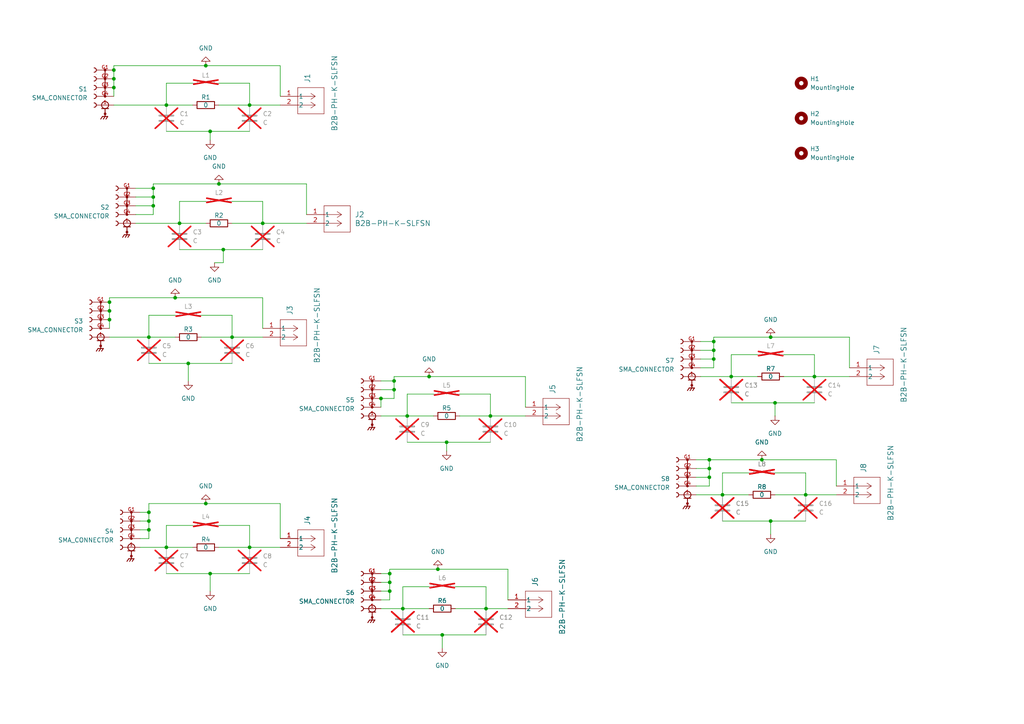
<source format=kicad_sch>
(kicad_sch (version 20231120) (generator "eeschema") (generator_version "8.0")
  (paper "A4")
  (lib_symbols
    (symbol "Device:C" (pin_numbers hide) (pin_names (offset 0.254))
      (property "Reference" "C" (at 0.635 2.54 0))
      (property "Value" "C" (at 0.635 -2.54 0))
      (symbol "C_0_1"
        (polyline (pts (xy -2.032 -0.762) (xy 2.032 -0.762)) (stroke (width 0.508)))
        (polyline (pts (xy -2.032 0.762) (xy 2.032 0.762)) (stroke (width 0.508)))
      )
      (symbol "C_1_1"
        (pin passive line (at 0 3.81 270) (length 2.794) (name "~") (number "1"))
        (pin passive line (at 0 -3.81 90) (length 2.794) (name "~") (number "2"))
      )
    )
    (symbol "Device:L" (pin_numbers hide) (pin_names (offset 1.016) hide)
      (property "Reference" "L" (at -1.27 0 90))
      (property "Value" "L" (at 1.905 0 90))
      (symbol "L_0_1"
        (arc (start 0 -2.54) (mid 0.6323 -1.905) (end 0 -1.27))
        (arc (start 0 -1.27) (mid 0.6323 -0.635) (end 0 0))
        (arc (start 0 0) (mid 0.6323 0.635) (end 0 1.27))
        (arc (start 0 1.27) (mid 0.6323 1.905) (end 0 2.54))
      )
      (symbol "L_1_1"
        (pin passive line (at 0 3.81 270) (length 1.27) (name "1") (number "1"))
        (pin passive line (at 0 -3.81 90) (length 1.27) (name "2") (number "2"))
      )
    )
    (symbol "Device:R" (pin_numbers hide) (pin_names (offset 0))
      (property "Reference" "R" (at 2.032 0 90))
      (property "Value" "R" (at 0 0 90))
      (symbol "R_0_1"
        (rectangle (start -1.016 -2.54) (end 1.016 2.54) (stroke (width 0.254)))
      )
      (symbol "R_1_1"
        (pin passive line (at 0 3.81 270) (length 1.27) (name "~") (number "1"))
        (pin passive line (at 0 -3.81 90) (length 1.27) (name "~") (number "2"))
      )
    )
    (symbol "Mechanical:MountingHole" (pin_names (offset 1.016)) (exclude_from_sim yes) (in_bom no)
      (property "Reference" "H" (at 0 5.08 0))
      (property "Value" "MountingHole" (at 0 3.175 0))
      (symbol "MountingHole_1_1"
        (circle (center 0 0) (radius 1.27) (stroke (width 1.27)))
      )
    )
    (symbol "power:GND" (power) (pin_numbers hide) (pin_names (offset 0) hide)
      (property "Value" "GND" (at 0 -3.81 0))
      (symbol "GND_0_1"
        (polyline (pts (xy 0 0) (xy 0 -1.27) (xy 1.27 -1.27) (xy 0 -2.54) (xy -1.27 -1.27) (xy 0 -1.27)))
      )
      (symbol "GND_1_1"
        (pin power_in line (at 0 0 270) (length 0) (name "~") (number "1"))
      )
    )
    (symbol "sma_connector:sma"
      (property "Reference" "S" (at 1.016 5.842 0))
      (symbol "sma_0_0"
        (arc (start -3.175 1.905) (mid -2.5427 2.54) (end -3.175 3.175) (stroke (width 0.254)))
        (circle (center 0 -7.62) (radius 0.254) (stroke (width 0.254)))
        (circle (center 0 -5.08) (radius 0.254) (stroke (width 0.254)))
        (circle (center 0 -2.54) (radius 0.254) (stroke (width 0.254)))
        (polyline (pts (xy -1.016 3.556) (xy 0 3.556)) (stroke (width 0.254)))
        (polyline (pts (xy -0.762 5.842) (xy -1.27 6.604)) (stroke (width 0.254)))
        (polyline (pts (xy 0 3.556) (xy 0 5.842)) (stroke (width 0.254)))
        (polyline (pts (xy 0 3.556) (xy 1.016 3.556)) (stroke (width 0.254)))
        (polyline (pts (xy 0 5.842) (xy -0.762 5.842)) (stroke (width 0.254)))
        (polyline (pts (xy 0 5.842) (xy -0.508 6.604)) (stroke (width 0.254)))
        (polyline (pts (xy 0 5.842) (xy 0.762 5.842)) (stroke (width 0.254)))
        (polyline (pts (xy 0.762 5.842) (xy 0.254 6.604)) (stroke (width 0.254)))
        (circle (center 0 0) (radius 0.254) (stroke (width 0.254)))
        (circle (center 0 5.08) (radius 0.254) (stroke (width 0.254)))
        (pin passive line (at 2.54 2.54 180) (length 5.08) (name "~") (number "1"))
      )
      (symbol "sma_0_1"
        (arc (start -2.54 -6.35) (mid -2.54 -6.35) (end -2.54 -6.35))
        (arc (start -2.54 -3.81) (mid -2.54 -3.81) (end -2.54 -3.81))
        (arc (start -2.54 -1.27) (mid -2.54 -1.27) (end -2.54 -1.27))
      )
      (symbol "sma_1_0"
        (arc (start -3.175 -8.255) (mid -2.5427 -7.62) (end -3.175 -6.985) (stroke (width 0.254)))
        (arc (start -3.175 -5.715) (mid -2.5427 -5.08) (end -3.175 -4.445) (stroke (width 0.254)))
        (arc (start -3.175 -3.175) (mid -2.5427 -2.54) (end -3.175 -1.905) (stroke (width 0.254)))
        (arc (start -3.175 -0.635) (mid -2.5427 0) (end -3.175 0.635) (stroke (width 0.254)))
        (polyline (pts (xy 0 -5.08) (xy 0 -7.62)) (stroke (width 0.254)))
        (polyline (pts (xy 0 -2.54) (xy 0 -5.08)) (stroke (width 0.254)))
        (polyline (pts (xy 0 0) (xy 0 -2.54)) (stroke (width 0.254)))
        (circle (center 0 2.54) (radius 1.016) (stroke (width 0.254)))
        (pin passive line (at 2.54 -7.62 180) (length 5.08) (name "~") (number "G1"))
        (pin passive line (at 2.54 -5.08 180) (length 5.08) (name "~") (number "G2"))
        (pin passive line (at 2.54 -2.54 180) (length 5.08) (name "~") (number "G3"))
        (pin passive line (at 2.54 0 180) (length 5.08) (name "~") (number "G4"))
      )
    )
    (symbol "wireConnect:B2B-PH-K-SLFSN" (pin_names (offset 0.254))
      (property "Reference" "J" (at 8.89 6.35 0))
      (property "Value" "B2B-PH-K-SLFSN" (at -4.826 7.112 0))
      (symbol "B2B-PH-K-SLFSN_1_1"
        (polyline (pts (xy 5.08 -5.08) (xy 12.7 -5.08)) (stroke (width 0.127)))
        (polyline (pts (xy 5.08 2.54) (xy 5.08 -5.08)) (stroke (width 0.127)))
        (polyline (pts (xy 10.16 -2.54) (xy 5.08 -2.54)) (stroke (width 0.127)))
        (polyline (pts (xy 10.16 -2.54) (xy 8.89 -3.3867)) (stroke (width 0.127)))
        (polyline (pts (xy 10.16 -2.54) (xy 8.89 -1.6933)) (stroke (width 0.127)))
        (polyline (pts (xy 10.16 0) (xy 5.08 0)) (stroke (width 0.127)))
        (polyline (pts (xy 10.16 0) (xy 8.89 -0.8467)) (stroke (width 0.127)))
        (polyline (pts (xy 10.16 0) (xy 8.89 0.8467)) (stroke (width 0.127)))
        (polyline (pts (xy 12.7 -5.08) (xy 12.7 2.54)) (stroke (width 0.127)))
        (polyline (pts (xy 12.7 2.54) (xy 5.08 2.54)) (stroke (width 0.127)))
        (pin input line (at 0 0 0) (length 5.08) (name "1") (number "1"))
        (pin input line (at 0 -2.54 0) (length 5.08) (name "2") (number "2"))
      )
      (symbol "B2B-PH-K-SLFSN_1_2"
        (polyline (pts (xy 5.08 -5.08) (xy 12.7 -5.08)) (stroke (width 0.127)))
        (polyline (pts (xy 5.08 2.54) (xy 5.08 -5.08)) (stroke (width 0.127)))
        (polyline (pts (xy 7.62 -2.54) (xy 5.08 -2.54)) (stroke (width 0.127)))
        (polyline (pts (xy 7.62 -2.54) (xy 8.89 -3.3867)) (stroke (width 0.127)))
        (polyline (pts (xy 7.62 -2.54) (xy 8.89 -1.6933)) (stroke (width 0.127)))
        (polyline (pts (xy 7.62 0) (xy 5.08 0)) (stroke (width 0.127)))
        (polyline (pts (xy 7.62 0) (xy 8.89 -0.8467)) (stroke (width 0.127)))
        (polyline (pts (xy 7.62 0) (xy 8.89 0.8467)) (stroke (width 0.127)))
        (polyline (pts (xy 12.7 -5.08) (xy 12.7 2.54)) (stroke (width 0.127)))
        (polyline (pts (xy 12.7 2.54) (xy 5.08 2.54)) (stroke (width 0.127)))
        (pin unspecified line (at 0 0 0) (length 5.08) (name "1") (number "1"))
        (pin unspecified line (at 0 -2.54 0) (length 5.08) (name "2") (number "2"))
      )
    )
  )
  (junction (at 223.52 97.79))
  (junction (at 128.27 184.15))
  (junction (at 205.74 135.89))
  (junction (at 116.84 176.53))
  (junction (at 48.26 30.48))
  (junction (at 236.22 109.22))
  (junction (at 43.18 153.67))
  (junction (at 209.55 143.51))
  (junction (at 59.69 19.05))
  (junction (at 124.46 109.22))
  (junction (at 60.96 38.1))
  (junction (at 224.79 116.84))
  (junction (at 205.74 133.35))
  (junction (at 113.03 171.45))
  (junction (at 212.09 109.22))
  (junction (at 60.96 166.37))
  (junction (at 233.68 143.51))
  (junction (at 64.77 72.39))
  (junction (at 140.97 176.53))
  (junction (at 33.02 22.86))
  (junction (at 110.49 115.57))
  (junction (at 127 165.1))
  (junction (at 48.26 158.75))
  (junction (at 43.18 151.13))
  (junction (at 76.2 64.77))
  (junction (at 207.01 99.06))
  (junction (at 31.75 90.17))
  (junction (at 33.02 20.32))
  (junction (at 44.45 59.69))
  (junction (at 205.74 138.43))
  (junction (at 129.54 128.27))
  (junction (at 220.98 133.35))
  (junction (at 67.31 97.79))
  (junction (at 50.8 86.36))
  (junction (at 63.5 53.34))
  (junction (at 43.18 97.79))
  (junction (at 142.24 120.65))
  (junction (at 207.01 104.14))
  (junction (at 72.39 30.48))
  (junction (at 207.01 101.6))
  (junction (at 113.03 166.37))
  (junction (at 114.3 113.03))
  (junction (at 44.45 54.61))
  (junction (at 33.02 25.4))
  (junction (at 59.69 146.05))
  (junction (at 54.61 105.41))
  (junction (at 44.45 57.15))
  (junction (at 43.18 148.59))
  (junction (at 113.03 168.91))
  (junction (at 31.75 92.71))
  (junction (at 223.52 151.13))
  (junction (at 31.75 87.63))
  (junction (at 118.11 120.65))
  (junction (at 114.3 110.49))
  (junction (at 72.39 158.75))
  (junction (at 52.07 64.77))
  (wire (pts (xy 39.37 62.23) (xy 44.45 62.23)))
  (wire (pts (xy 113.03 173.99) (xy 110.49 173.99)))
  (wire (pts (xy 59.69 19.05) (xy 33.02 19.05)))
  (wire (pts (xy 207.01 106.68) (xy 203.2 106.68)))
  (wire (pts (xy 81.28 146.05) (xy 59.69 146.05)))
  (wire (pts (xy 58.42 97.79) (xy 67.31 97.79)))
  (wire (pts (xy 63.5 53.34) (xy 88.9 53.34)))
  (wire (pts (xy 58.42 91.44) (xy 67.31 91.44)))
  (wire (pts (xy 114.3 110.49) (xy 114.3 109.22)))
  (wire (pts (xy 224.79 116.84) (xy 224.79 120.65)))
  (wire (pts (xy 223.52 151.13) (xy 223.52 154.94)))
  (wire (pts (xy 81.28 156.21) (xy 81.28 146.05)))
  (wire (pts (xy 205.74 133.35) (xy 205.74 135.89)))
  (wire (pts (xy 201.93 140.97) (xy 205.74 140.97)))
  (wire (pts (xy 207.01 101.6) (xy 207.01 104.14)))
  (wire (pts (xy 203.2 101.6) (xy 207.01 101.6)))
  (wire (pts (xy 43.18 91.44) (xy 43.18 97.79)))
  (wire (pts (xy 76.2 58.42) (xy 76.2 64.77)))
  (wire (pts (xy 207.01 99.06) (xy 207.01 101.6)))
  (wire (pts (xy 116.84 170.18) (xy 116.84 176.53)))
  (wire (pts (xy 76.2 86.36) (xy 76.2 95.25)))
  (wire (pts (xy 63.5 24.13) (xy 72.39 24.13)))
  (wire (pts (xy 43.18 151.13) (xy 43.18 153.67)))
  (wire (pts (xy 128.27 184.15) (xy 140.97 184.15)))
  (wire (pts (xy 110.49 120.65) (xy 118.11 120.65)))
  (wire (pts (xy 124.46 170.18) (xy 116.84 170.18)))
  (wire (pts (xy 233.68 137.16) (xy 233.68 143.51)))
  (wire (pts (xy 140.97 176.53) (xy 147.32 176.53)))
  (wire (pts (xy 201.93 143.51) (xy 209.55 143.51)))
  (wire (pts (xy 88.9 53.34) (xy 88.9 62.23)))
  (wire (pts (xy 209.55 143.51) (xy 217.17 143.51)))
  (wire (pts (xy 110.49 166.37) (xy 113.03 166.37)))
  (wire (pts (xy 72.39 152.4) (xy 72.39 158.75)))
  (wire (pts (xy 40.64 153.67) (xy 43.18 153.67)))
  (wire (pts (xy 67.31 97.79) (xy 76.2 97.79)))
  (wire (pts (xy 54.61 105.41) (xy 54.61 110.49)))
  (wire (pts (xy 132.08 170.18) (xy 140.97 170.18)))
  (wire (pts (xy 59.69 146.05) (xy 43.18 146.05)))
  (wire (pts (xy 33.02 22.86) (xy 33.02 25.4)))
  (wire (pts (xy 64.77 72.39) (xy 64.77 76.2)))
  (wire (pts (xy 48.26 158.75) (xy 55.88 158.75)))
  (wire (pts (xy 60.96 38.1) (xy 60.96 40.64)))
  (wire (pts (xy 110.49 115.57) (xy 114.3 115.57)))
  (wire (pts (xy 209.55 151.13) (xy 223.52 151.13)))
  (wire (pts (xy 59.69 19.05) (xy 81.28 19.05)))
  (wire (pts (xy 246.38 106.68) (xy 246.38 97.79)))
  (wire (pts (xy 118.11 120.65) (xy 125.73 120.65)))
  (wire (pts (xy 110.49 118.11) (xy 110.49 115.57)))
  (wire (pts (xy 205.74 140.97) (xy 205.74 138.43)))
  (wire (pts (xy 209.55 137.16) (xy 209.55 143.51)))
  (wire (pts (xy 31.75 87.63) (xy 31.75 90.17)))
  (wire (pts (xy 133.35 114.3) (xy 142.24 114.3)))
  (wire (pts (xy 60.96 166.37) (xy 72.39 166.37)))
  (wire (pts (xy 44.45 53.34) (xy 63.5 53.34)))
  (wire (pts (xy 48.26 152.4) (xy 48.26 158.75)))
  (wire (pts (xy 60.96 38.1) (xy 72.39 38.1)))
  (wire (pts (xy 205.74 133.35) (xy 220.98 133.35)))
  (wire (pts (xy 207.01 104.14) (xy 207.01 106.68)))
  (wire (pts (xy 48.26 38.1) (xy 60.96 38.1)))
  (wire (pts (xy 201.93 138.43) (xy 205.74 138.43)))
  (wire (pts (xy 113.03 166.37) (xy 113.03 168.91)))
  (wire (pts (xy 128.27 184.15) (xy 128.27 187.96)))
  (wire (pts (xy 50.8 86.36) (xy 31.75 86.36)))
  (wire (pts (xy 127 165.1) (xy 147.32 165.1)))
  (wire (pts (xy 236.22 102.87) (xy 236.22 109.22)))
  (wire (pts (xy 124.46 109.22) (xy 152.4 109.22)))
  (wire (pts (xy 224.79 116.84) (xy 236.22 116.84)))
  (wire (pts (xy 217.17 137.16) (xy 209.55 137.16)))
  (wire (pts (xy 246.38 97.79) (xy 223.52 97.79)))
  (wire (pts (xy 129.54 128.27) (xy 129.54 130.81)))
  (wire (pts (xy 72.39 30.48) (xy 81.28 30.48)))
  (wire (pts (xy 54.61 105.41) (xy 67.31 105.41)))
  (wire (pts (xy 114.3 115.57) (xy 114.3 113.03)))
  (wire (pts (xy 242.57 140.97) (xy 242.57 133.35)))
  (wire (pts (xy 31.75 97.79) (xy 43.18 97.79)))
  (wire (pts (xy 116.84 184.15) (xy 128.27 184.15)))
  (wire (pts (xy 201.93 135.89) (xy 205.74 135.89)))
  (wire (pts (xy 55.88 152.4) (xy 48.26 152.4)))
  (wire (pts (xy 203.2 104.14) (xy 207.01 104.14)))
  (wire (pts (xy 50.8 86.36) (xy 76.2 86.36)))
  (wire (pts (xy 132.08 176.53) (xy 140.97 176.53)))
  (wire (pts (xy 224.79 137.16) (xy 233.68 137.16)))
  (wire (pts (xy 48.26 24.13) (xy 48.26 30.48)))
  (wire (pts (xy 152.4 118.11) (xy 152.4 109.22)))
  (wire (pts (xy 127 165.1) (xy 113.03 165.1)))
  (wire (pts (xy 43.18 148.59) (xy 43.18 151.13)))
  (wire (pts (xy 212.09 116.84) (xy 224.79 116.84)))
  (wire (pts (xy 33.02 30.48) (xy 48.26 30.48)))
  (wire (pts (xy 201.93 133.35) (xy 205.74 133.35)))
  (wire (pts (xy 63.5 158.75) (xy 72.39 158.75)))
  (wire (pts (xy 33.02 25.4) (xy 33.02 27.94)))
  (wire (pts (xy 39.37 64.77) (xy 52.07 64.77)))
  (wire (pts (xy 63.5 30.48) (xy 72.39 30.48)))
  (wire (pts (xy 40.64 158.75) (xy 48.26 158.75)))
  (wire (pts (xy 116.84 176.53) (xy 124.46 176.53)))
  (wire (pts (xy 147.32 165.1) (xy 147.32 173.99)))
  (wire (pts (xy 142.24 114.3) (xy 142.24 120.65)))
  (wire (pts (xy 33.02 20.32) (xy 33.02 22.86)))
  (wire (pts (xy 44.45 59.69) (xy 44.45 62.23)))
  (wire (pts (xy 50.8 91.44) (xy 43.18 91.44)))
  (wire (pts (xy 81.28 19.05) (xy 81.28 27.94)))
  (wire (pts (xy 219.71 102.87) (xy 212.09 102.87)))
  (wire (pts (xy 43.18 97.79) (xy 50.8 97.79)))
  (wire (pts (xy 224.79 143.51) (xy 233.68 143.51)))
  (wire (pts (xy 129.54 128.27) (xy 142.24 128.27)))
  (wire (pts (xy 40.64 148.59) (xy 43.18 148.59)))
  (wire (pts (xy 110.49 110.49) (xy 114.3 110.49)))
  (wire (pts (xy 227.33 109.22) (xy 236.22 109.22)))
  (wire (pts (xy 236.22 109.22) (xy 246.38 109.22)))
  (wire (pts (xy 40.64 151.13) (xy 43.18 151.13)))
  (wire (pts (xy 67.31 58.42) (xy 76.2 58.42)))
  (wire (pts (xy 39.37 59.69) (xy 44.45 59.69)))
  (wire (pts (xy 227.33 102.87) (xy 236.22 102.87)))
  (wire (pts (xy 110.49 168.91) (xy 113.03 168.91)))
  (wire (pts (xy 114.3 109.22) (xy 124.46 109.22)))
  (wire (pts (xy 44.45 53.34) (xy 44.45 54.61)))
  (wire (pts (xy 63.5 152.4) (xy 72.39 152.4)))
  (wire (pts (xy 203.2 109.22) (xy 212.09 109.22)))
  (wire (pts (xy 110.49 176.53) (xy 116.84 176.53)))
  (wire (pts (xy 114.3 113.03) (xy 114.3 110.49)))
  (wire (pts (xy 43.18 105.41) (xy 54.61 105.41)))
  (wire (pts (xy 76.2 64.77) (xy 88.9 64.77)))
  (wire (pts (xy 113.03 165.1) (xy 113.03 166.37)))
  (wire (pts (xy 31.75 92.71) (xy 31.75 95.25)))
  (wire (pts (xy 67.31 91.44) (xy 67.31 97.79)))
  (wire (pts (xy 31.75 90.17) (xy 31.75 92.71)))
  (wire (pts (xy 43.18 156.21) (xy 40.64 156.21)))
  (wire (pts (xy 118.11 114.3) (xy 118.11 120.65)))
  (wire (pts (xy 205.74 135.89) (xy 205.74 138.43)))
  (wire (pts (xy 72.39 158.75) (xy 81.28 158.75)))
  (wire (pts (xy 44.45 57.15) (xy 44.45 59.69)))
  (wire (pts (xy 212.09 102.87) (xy 212.09 109.22)))
  (wire (pts (xy 31.75 86.36) (xy 31.75 87.63)))
  (wire (pts (xy 52.07 72.39) (xy 64.77 72.39)))
  (wire (pts (xy 125.73 114.3) (xy 118.11 114.3)))
  (wire (pts (xy 39.37 54.61) (xy 44.45 54.61)))
  (wire (pts (xy 110.49 171.45) (xy 113.03 171.45)))
  (wire (pts (xy 140.97 170.18) (xy 140.97 176.53)))
  (wire (pts (xy 223.52 97.79) (xy 207.01 97.79)))
  (wire (pts (xy 64.77 72.39) (xy 76.2 72.39)))
  (wire (pts (xy 133.35 120.65) (xy 142.24 120.65)))
  (wire (pts (xy 72.39 24.13) (xy 72.39 30.48)))
  (wire (pts (xy 203.2 99.06) (xy 207.01 99.06)))
  (wire (pts (xy 207.01 97.79) (xy 207.01 99.06)))
  (wire (pts (xy 113.03 168.91) (xy 113.03 171.45)))
  (wire (pts (xy 118.11 128.27) (xy 129.54 128.27)))
  (wire (pts (xy 233.68 143.51) (xy 242.57 143.51)))
  (wire (pts (xy 223.52 151.13) (xy 233.68 151.13)))
  (wire (pts (xy 48.26 166.37) (xy 60.96 166.37)))
  (wire (pts (xy 43.18 153.67) (xy 43.18 156.21)))
  (wire (pts (xy 43.18 146.05) (xy 43.18 148.59)))
  (wire (pts (xy 52.07 64.77) (xy 59.69 64.77)))
  (wire (pts (xy 142.24 120.65) (xy 152.4 120.65)))
  (wire (pts (xy 110.49 113.03) (xy 114.3 113.03)))
  (wire (pts (xy 60.96 166.37) (xy 60.96 171.45)))
  (wire (pts (xy 113.03 171.45) (xy 113.03 173.99)))
  (wire (pts (xy 212.09 109.22) (xy 219.71 109.22)))
  (wire (pts (xy 67.31 64.77) (xy 76.2 64.77)))
  (wire (pts (xy 55.88 24.13) (xy 48.26 24.13)))
  (wire (pts (xy 64.77 76.2) (xy 62.23 76.2)))
  (wire (pts (xy 48.26 30.48) (xy 55.88 30.48)))
  (wire (pts (xy 33.02 19.05) (xy 33.02 20.32)))
  (wire (pts (xy 242.57 133.35) (xy 220.98 133.35)))
  (wire (pts (xy 39.37 57.15) (xy 44.45 57.15)))
  (wire (pts (xy 59.69 58.42) (xy 52.07 58.42)))
  (wire (pts (xy 44.45 54.61) (xy 44.45 57.15)))
  (wire (pts (xy 52.07 58.42) (xy 52.07 64.77)))
  (symbol (lib_id "Device:R") (at 63.5 64.77 90) (unit 1)
    (property "Reference" "R2" (at 63.5 62.484 90))
    (property "Value" "0" (at 63.5 64.77 90))
    (property "Footprint" "Resistor_SMD:R_0805_2012Metric" (effects (hide yes)))
    (property "Description" "Resistor" (effects (hide yes)))
  )
  (symbol (lib_id "power:GND") (at 220.98 133.35 180) (unit 1)
    (property "Reference" "#PWR016" (effects (hide yes)))
    (property "Value" "GND" (at 220.98 128.27 0))
    (property "Description" "Power symbol creates a global label with name \"GND\" , ground" (effects (hide yes)))
  )
  (symbol (lib_id "Device:L") (at 223.52 102.87 90) (unit 1) (dnp yes)
    (property "Reference" "L7" (at 223.52 100.33 90))
    (property "Value" "L" (effects (hide yes)))
    (property "Footprint" "inductor_THT:IND_1537R_API" (effects (hide yes)))
    (property "Description" "Inductor" (effects (hide yes)))
  )
  (symbol (lib_id "Device:R") (at 223.52 109.22 90) (unit 1)
    (property "Reference" "R7" (at 223.52 106.934 90))
    (property "Value" "0" (at 223.52 109.22 90))
    (property "Footprint" "Resistor_SMD:R_0805_2012Metric" (effects (hide yes)))
    (property "Description" "Resistor" (effects (hide yes)))
  )
  (symbol (lib_id "sma_connector:sma") (at 30.48 27.94 0) (mirror x) (unit 1)
    (property "Reference" "S1" (at 25.4 25.8444 0) (effects (justify right)))
    (property "Value" "SMA_CONNECTOR" (at 25.4 28.3844 0) (effects (justify right)))
    (property "Footprint" "smaconnect_DACs:HJ-SMA993" (effects (hide yes)))
    (property "MF" "LPRS" (effects (hide yes)))
    (property "MAXIMUM_PACKAGE_HEIGHT" "8.3 mm" (effects (hide yes)))
    (property "Package" "None" (effects (hide yes)))
    (property "Price" "None" (effects (hide yes)))
    (property "Check_prices" "https://www.snapeda.com/parts/SMA%20CONNECTOR/LPRS/view-part/?ref=eda" (effects (hide yes)))
    (property "STANDARD" "Manufacturer Recommendations" (effects (hide yes)))
    (property "PARTREV" "1.3" (effects (hide yes)))
    (property "SnapEDA_Link" "https://www.snapeda.com/parts/SMA%20CONNECTOR/LPRS/view-part/?ref=snap" (effects (hide yes)))
    (property "MP" "SMA CONNECTOR" (effects (hide yes)))
    (property "Description_1" "\n                        \n                            RF Coaxial Straight SMA Connector\n                        \n" (effects (hide yes)))
    (property "Availability" "In Stock" (effects (hide yes)))
    (property "MANUFACTURER" "LPRS" (effects (hide yes)))
  )
  (symbol (lib_id "Device:C") (at 48.26 34.29 0) (unit 1) (dnp yes)
    (property "Reference" "C1" (at 52.07 33.0199 0) (effects (justify left)))
    (property "Value" "C" (at 52.07 35.5599 0) (effects (justify left)))
    (property "Footprint" "Capacitor_SMD:C_0805_2012Metric" (effects (hide yes)))
    (property "Description" "Unpolarized capacitor" (effects (hide yes)))
  )
  (symbol (lib_id "Device:C") (at 140.97 180.34 0) (unit 1) (dnp yes)
    (property "Reference" "C12" (at 144.78 179.0699 0) (effects (justify left)))
    (property "Value" "C" (at 144.78 181.6099 0) (effects (justify left)))
    (property "Footprint" "Capacitor_SMD:C_0805_2012Metric" (effects (hide yes)))
    (property "Description" "Unpolarized capacitor" (effects (hide yes)))
  )
  (symbol (lib_id "Device:R") (at 59.69 30.48 90) (unit 1)
    (property "Reference" "R1" (at 59.69 28.194 90))
    (property "Value" "0" (at 59.69 30.48 90))
    (property "Footprint" "Resistor_SMD:R_0805_2012Metric" (effects (hide yes)))
    (property "Description" "Resistor" (effects (hide yes)))
  )
  (symbol (lib_id "Device:C") (at 76.2 68.58 0) (unit 1) (dnp yes)
    (property "Reference" "C4" (at 80.01 67.3099 0) (effects (justify left)))
    (property "Value" "C" (at 80.01 69.8499 0) (effects (justify left)))
    (property "Footprint" "Capacitor_SMD:C_0805_2012Metric" (effects (hide yes)))
    (property "Description" "Unpolarized capacitor" (effects (hide yes)))
  )
  (symbol (lib_id "Device:L") (at 59.69 24.13 90) (unit 1) (dnp yes)
    (property "Reference" "L1" (at 59.69 21.844 90))
    (property "Value" "L" (effects (hide yes)))
    (property "Footprint" "inductor_THT:IND_1537R_API" (effects (hide yes)))
    (property "Description" "Inductor" (effects (hide yes)))
  )
  (symbol (lib_id "power:GND") (at 50.8 86.36 180) (unit 1)
    (property "Reference" "#PWR011" (effects (hide yes)))
    (property "Value" "GND" (at 50.8 81.28 0))
    (property "Description" "Power symbol creates a global label with name \"GND\" , ground" (effects (hide yes)))
  )
  (symbol (lib_id "power:GND") (at 128.27 187.96 0) (unit 1)
    (property "Reference" "#PWR06" (effects (hide yes)))
    (property "Value" "GND" (at 128.27 193.04 0))
    (property "Description" "Power symbol creates a global label with name \"GND\" , ground" (effects (hide yes)))
  )
  (symbol (lib_id "power:GND") (at 59.69 19.05 180) (unit 1)
    (property "Reference" "#PWR09" (effects (hide yes)))
    (property "Value" "GND" (at 59.69 13.97 0))
    (property "Description" "Power symbol creates a global label with name \"GND\" , ground" (effects (hide yes)))
  )
  (symbol (lib_id "Device:L") (at 220.98 137.16 90) (unit 1) (dnp yes)
    (property "Reference" "L8" (at 220.98 134.62 90))
    (property "Value" "L" (effects (hide yes)))
    (property "Footprint" "inductor_THT:IND_1537R_API" (effects (hide yes)))
    (property "Description" "Inductor" (effects (hide yes)))
  )
  (symbol (lib_id "sma_connector:sma") (at 29.21 95.25 0) (mirror x) (unit 1)
    (property "Reference" "S3" (at 24.13 93.1544 0) (effects (justify right)))
    (property "Value" "SMA_CONNECTOR" (at 24.13 95.6944 0) (effects (justify right)))
    (property "Footprint" "smaconnect_DACs:HJ-SMA993" (effects (hide yes)))
    (property "MF" "LPRS" (effects (hide yes)))
    (property "MAXIMUM_PACKAGE_HEIGHT" "8.3 mm" (effects (hide yes)))
    (property "Package" "None" (effects (hide yes)))
    (property "Price" "None" (effects (hide yes)))
    (property "Check_prices" "https://www.snapeda.com/parts/SMA%20CONNECTOR/LPRS/view-part/?ref=eda" (effects (hide yes)))
    (property "STANDARD" "Manufacturer Recommendations" (effects (hide yes)))
    (property "PARTREV" "1.3" (effects (hide yes)))
    (property "SnapEDA_Link" "https://www.snapeda.com/parts/SMA%20CONNECTOR/LPRS/view-part/?ref=snap" (effects (hide yes)))
    (property "MP" "SMA CONNECTOR" (effects (hide yes)))
    (property "Description_1" "\n                        \n                            RF Coaxial Straight SMA Connector\n                        \n" (effects (hide yes)))
    (property "Availability" "In Stock" (effects (hide yes)))
    (property "MANUFACTURER" "LPRS" (effects (hide yes)))
  )
  (symbol (lib_id "sma_connector:sma") (at 107.95 173.99 0) (mirror x) (unit 1)
    (property "Reference" "S6" (at 102.87 171.8944 0) (effects (justify right)))
    (property "Value" "SMA_CONNECTOR" (at 102.87 174.4344 0) (effects (justify right)))
    (property "Footprint" "smaconnect_DACs:HJ-SMA993" (effects (hide yes)))
    (property "MF" "LPRS" (effects (hide yes)))
    (property "MAXIMUM_PACKAGE_HEIGHT" "8.3 mm" (effects (hide yes)))
    (property "Package" "None" (effects (hide yes)))
    (property "Price" "None" (effects (hide yes)))
    (property "Check_prices" "https://www.snapeda.com/parts/SMA%20CONNECTOR/LPRS/view-part/?ref=eda" (effects (hide yes)))
    (property "STANDARD" "Manufacturer Recommendations" (effects (hide yes)))
    (property "PARTREV" "1.3" (effects (hide yes)))
    (property "SnapEDA_Link" "https://www.snapeda.com/parts/SMA%20CONNECTOR/LPRS/view-part/?ref=snap" (effects (hide yes)))
    (property "MP" "SMA CONNECTOR" (effects (hide yes)))
    (property "Description_1" "\n                        \n                            RF Coaxial Straight SMA Connector\n                        \n" (effects (hide yes)))
    (property "Availability" "In Stock" (effects (hide yes)))
    (property "MANUFACTURER" "LPRS" (effects (hide yes)))
  )
  (symbol (lib_id "Device:C") (at 233.68 147.32 0) (unit 1) (dnp yes)
    (property "Reference" "C16" (at 237.49 146.0499 0) (effects (justify left)))
    (property "Value" "C" (at 237.49 148.5899 0) (effects (justify left)))
    (property "Footprint" "Capacitor_SMD:C_0805_2012Metric" (effects (hide yes)))
    (property "Description" "Unpolarized capacitor" (effects (hide yes)))
  )
  (symbol (lib_id "Device:L") (at 129.54 114.3 90) (unit 1) (dnp yes)
    (property "Reference" "L5" (at 129.54 111.76 90))
    (property "Value" "L" (effects (hide yes)))
    (property "Footprint" "inductor_THT:IND_1537R_API" (effects (hide yes)))
    (property "Description" "Inductor" (effects (hide yes)))
  )
  (symbol (lib_id "Device:R") (at 54.61 97.79 90) (unit 1)
    (property "Reference" "R3" (at 54.61 95.504 90))
    (property "Value" "0" (at 54.61 97.79 90))
    (property "Footprint" "Resistor_SMD:R_0805_2012Metric" (effects (hide yes)))
    (property "Description" "Resistor" (effects (hide yes)))
  )
  (symbol (lib_id "Device:L") (at 59.69 152.4 90) (unit 1) (dnp yes)
    (property "Reference" "L4" (at 59.69 149.86 90))
    (property "Value" "L" (effects (hide yes)))
    (property "Footprint" "inductor_THT:IND_1537R_API" (effects (hide yes)))
    (property "Description" "Inductor" (effects (hide yes)))
  )
  (symbol (lib_id "power:GND") (at 60.96 40.64 0) (unit 1)
    (property "Reference" "#PWR01" (effects (hide yes)))
    (property "Value" "GND" (at 60.96 45.72 0))
    (property "Description" "Power symbol creates a global label with name \"GND\" , ground" (effects (hide yes)))
  )
  (symbol (lib_id "Device:L") (at 128.27 170.18 90) (unit 1) (dnp yes)
    (property "Reference" "L6" (at 128.27 167.64 90))
    (property "Value" "L" (effects (hide yes)))
    (property "Footprint" "inductor_THT:IND_1537R_API" (effects (hide yes)))
    (property "Description" "Inductor" (effects (hide yes)))
  )
  (symbol (lib_id "power:GND") (at 59.69 146.05 180) (unit 1)
    (property "Reference" "#PWR012" (effects (hide yes)))
    (property "Value" "GND" (at 59.69 140.97 0))
    (property "Description" "Power symbol creates a global label with name \"GND\" , ground" (effects (hide yes)))
  )
  (symbol (lib_id "power:GND") (at 63.5 53.34 180) (unit 1)
    (property "Reference" "#PWR010" (effects (hide yes)))
    (property "Value" "GND" (at 63.5 48.26 0))
    (property "Description" "Power symbol creates a global label with name \"GND\" , ground" (effects (hide yes)))
  )
  (symbol (lib_id "Device:C") (at 142.24 124.46 0) (unit 1) (dnp yes)
    (property "Reference" "C10" (at 146.05 123.1899 0) (effects (justify left)))
    (property "Value" "C" (at 146.05 125.7299 0) (effects (justify left)))
    (property "Footprint" "Capacitor_SMD:C_0805_2012Metric" (effects (hide yes)))
    (property "Description" "Unpolarized capacitor" (effects (hide yes)))
  )
  (symbol (lib_id "Device:C") (at 236.22 113.03 0) (unit 1) (dnp yes)
    (property "Reference" "C14" (at 240.03 111.7599 0) (effects (justify left)))
    (property "Value" "C" (at 240.03 114.2999 0) (effects (justify left)))
    (property "Footprint" "Capacitor_SMD:C_0805_2012Metric" (effects (hide yes)))
    (property "Description" "Unpolarized capacitor" (effects (hide yes)))
  )
  (symbol (lib_id "Device:C") (at 116.84 180.34 0) (unit 1) (dnp yes)
    (property "Reference" "C11" (at 120.65 179.0699 0) (effects (justify left)))
    (property "Value" "C" (at 120.65 181.6099 0) (effects (justify left)))
    (property "Footprint" "Capacitor_SMD:C_0805_2012Metric" (effects (hide yes)))
    (property "Description" "Unpolarized capacitor" (effects (hide yes)))
  )
  (symbol (lib_id "wireConnect:B2B-PH-K-SLFSN") (at 81.28 27.94 0) (unit 1)
    (property "Reference" "J1" (at 89.154 24.13 90) (effects (font (size 1.524 1.524)) (justify left)))
    (property "Value" "B2B-PH-K-SLFSN" (at 97.028 38.1 90) (effects (font (size 1.524 1.524)) (justify left)))
    (property "Footprint" "CONN_B2B-PH-K-SLFSN_JST" (effects (hide yes)))
    (property "Datasheet" "B2B-PH-K-SLFSN" (effects (hide yes)))
  )
  (symbol (lib_id "wireConnect:B2B-PH-K-SLFSN") (at 242.57 140.97 0) (unit 1)
    (property "Reference" "J8" (at 250.444 137.16 90) (effects (font (size 1.524 1.524)) (justify left)))
    (property "Value" "B2B-PH-K-SLFSN" (at 258.318 151.13 90) (effects (font (size 1.524 1.524)) (justify left)))
    (property "Footprint" "CONN_B2B-PH-K-SLFSN_JST" (effects (hide yes)))
    (property "Datasheet" "B2B-PH-K-SLFSN" (effects (hide yes)))
  )
  (symbol (lib_id "Mechanical:MountingHole") (at 232.41 34.29 0) (unit 1) (exclude_from_sim yes) (in_bom no)
    (property "Reference" "H2" (at 234.95 33.0199 0) (effects (justify left)))
    (property "Value" "MountingHole" (at 234.95 35.5599 0) (effects (justify left)))
    (property "Footprint" "MountingHole:MountingHole_3mm" (effects (hide yes)))
    (property "Description" "Mounting Hole without connection" (effects (hide yes)))
  )
  (symbol (lib_id "power:GND") (at 224.79 120.65 0) (unit 1)
    (property "Reference" "#PWR07" (effects (hide yes)))
    (property "Value" "GND" (at 224.79 125.73 0))
    (property "Description" "Power symbol creates a global label with name \"GND\" , ground" (effects (hide yes)))
  )
  (symbol (lib_id "Device:C") (at 48.26 162.56 0) (unit 1) (dnp yes)
    (property "Reference" "C7" (at 52.07 161.2899 0) (effects (justify left)))
    (property "Value" "C" (at 52.07 163.8299 0) (effects (justify left)))
    (property "Footprint" "Capacitor_SMD:C_0805_2012Metric" (effects (hide yes)))
    (property "Description" "Unpolarized capacitor" (effects (hide yes)))
  )
  (symbol (lib_id "Device:R") (at 128.27 176.53 90) (unit 1)
    (property "Reference" "R6" (at 128.27 174.244 90))
    (property "Value" "0" (at 128.27 176.53 90))
    (property "Footprint" "Resistor_SMD:R_0805_2012Metric" (effects (hide yes)))
    (property "Description" "Resistor" (effects (hide yes)))
  )
  (symbol (lib_id "sma_connector:sma") (at 200.66 106.68 0) (mirror x) (unit 1)
    (property "Reference" "S7" (at 195.58 104.5844 0) (effects (justify right)))
    (property "Value" "SMA_CONNECTOR" (at 195.58 107.1244 0) (effects (justify right)))
    (property "Footprint" "smaconnect_DACs:HJ-SMA993" (effects (hide yes)))
    (property "MF" "LPRS" (effects (hide yes)))
    (property "MAXIMUM_PACKAGE_HEIGHT" "8.3 mm" (effects (hide yes)))
    (property "Package" "None" (effects (hide yes)))
    (property "Price" "None" (effects (hide yes)))
    (property "Check_prices" "https://www.snapeda.com/parts/SMA%20CONNECTOR/LPRS/view-part/?ref=eda" (effects (hide yes)))
    (property "STANDARD" "Manufacturer Recommendations" (effects (hide yes)))
    (property "PARTREV" "1.3" (effects (hide yes)))
    (property "SnapEDA_Link" "https://www.snapeda.com/parts/SMA%20CONNECTOR/LPRS/view-part/?ref=snap" (effects (hide yes)))
    (property "MP" "SMA CONNECTOR" (effects (hide yes)))
    (property "Description_1" "\n                        \n                            RF Coaxial Straight SMA Connector\n                        \n" (effects (hide yes)))
    (property "Availability" "In Stock" (effects (hide yes)))
    (property "MANUFACTURER" "LPRS" (effects (hide yes)))
  )
  (symbol (lib_id "sma_connector:sma") (at 36.83 62.23 0) (mirror x) (unit 1)
    (property "Reference" "S2" (at 31.75 60.1344 0) (effects (justify right)))
    (property "Value" "SMA_CONNECTOR" (at 31.75 62.6744 0) (effects (justify right)))
    (property "Footprint" "smaconnect_DACs:HJ-SMA993" (effects (hide yes)))
    (property "MF" "LPRS" (effects (hide yes)))
    (property "MAXIMUM_PACKAGE_HEIGHT" "8.3 mm" (effects (hide yes)))
    (property "Package" "None" (effects (hide yes)))
    (property "Price" "None" (effects (hide yes)))
    (property "Check_prices" "https://www.snapeda.com/parts/SMA%20CONNECTOR/LPRS/view-part/?ref=eda" (effects (hide yes)))
    (property "STANDARD" "Manufacturer Recommendations" (effects (hide yes)))
    (property "PARTREV" "1.3" (effects (hide yes)))
    (property "SnapEDA_Link" "https://www.snapeda.com/parts/SMA%20CONNECTOR/LPRS/view-part/?ref=snap" (effects (hide yes)))
    (property "MP" "SMA CONNECTOR" (effects (hide yes)))
    (property "Description_1" "\n                        \n                            RF Coaxial Straight SMA Connector\n                        \n" (effects (hide yes)))
    (property "Availability" "In Stock" (effects (hide yes)))
    (property "MANUFACTURER" "LPRS" (effects (hide yes)))
  )
  (symbol (lib_id "Device:C") (at 72.39 34.29 0) (unit 1) (dnp yes)
    (property "Reference" "C2" (at 76.2 33.0199 0) (effects (justify left)))
    (property "Value" "C" (at 76.2 35.5599 0) (effects (justify left)))
    (property "Footprint" "Capacitor_SMD:C_0805_2012Metric" (effects (hide yes)))
    (property "Description" "Unpolarized capacitor" (effects (hide yes)))
  )
  (symbol (lib_id "Device:C") (at 72.39 162.56 0) (unit 1) (dnp yes)
    (property "Reference" "C8" (at 76.2 161.2899 0) (effects (justify left)))
    (property "Value" "C" (at 76.2 163.8299 0) (effects (justify left)))
    (property "Footprint" "Capacitor_SMD:C_0805_2012Metric" (effects (hide yes)))
    (property "Description" "Unpolarized capacitor" (effects (hide yes)))
  )
  (symbol (lib_id "Device:L") (at 63.5 58.42 90) (unit 1) (dnp yes)
    (property "Reference" "L2" (at 63.5 55.88 90))
    (property "Value" "L" (effects (hide yes)))
    (property "Footprint" "inductor_THT:IND_1537R_API" (effects (hide yes)))
    (property "Description" "Inductor" (effects (hide yes)))
  )
  (symbol (lib_id "Device:R") (at 59.69 158.75 90) (unit 1)
    (property "Reference" "R4" (at 59.69 156.464 90))
    (property "Value" "0" (at 59.69 158.75 90))
    (property "Footprint" "Resistor_SMD:R_0805_2012Metric" (effects (hide yes)))
    (property "Description" "Resistor" (effects (hide yes)))
  )
  (symbol (lib_id "Device:C") (at 209.55 147.32 0) (unit 1) (dnp yes)
    (property "Reference" "C15" (at 213.36 146.0499 0) (effects (justify left)))
    (property "Value" "C" (at 213.36 148.5899 0) (effects (justify left)))
    (property "Footprint" "Capacitor_SMD:C_0805_2012Metric" (effects (hide yes)))
    (property "Description" "Unpolarized capacitor" (effects (hide yes)))
  )
  (symbol (lib_id "Mechanical:MountingHole") (at 232.41 24.13 0) (unit 1) (exclude_from_sim yes) (in_bom no)
    (property "Reference" "H1" (at 234.95 22.8599 0) (effects (justify left)))
    (property "Value" "MountingHole" (at 234.95 25.3999 0) (effects (justify left)))
    (property "Footprint" "MountingHole:MountingHole_3mm" (effects (hide yes)))
    (property "Description" "Mounting Hole without connection" (effects (hide yes)))
  )
  (symbol (lib_id "Device:C") (at 67.31 101.6 0) (unit 1) (dnp yes)
    (property "Reference" "C6" (at 71.12 100.3299 0) (effects (justify left)))
    (property "Value" "C" (at 71.12 102.8699 0) (effects (justify left)))
    (property "Footprint" "Capacitor_SMD:C_0805_2012Metric" (effects (hide yes)))
    (property "Description" "Unpolarized capacitor" (effects (hide yes)))
  )
  (symbol (lib_id "Device:R") (at 129.54 120.65 90) (unit 1)
    (property "Reference" "R5" (at 129.54 118.364 90))
    (property "Value" "0" (at 129.54 120.65 90))
    (property "Footprint" "Resistor_SMD:R_0805_2012Metric" (effects (hide yes)))
    (property "Description" "Resistor" (effects (hide yes)))
  )
  (symbol (lib_id "power:GND") (at 54.61 110.49 0) (unit 1)
    (property "Reference" "#PWR03" (effects (hide yes)))
    (property "Value" "GND" (at 54.61 115.57 0))
    (property "Description" "Power symbol creates a global label with name \"GND\" , ground" (effects (hide yes)))
  )
  (symbol (lib_id "power:GND") (at 62.23 76.2 0) (unit 1)
    (property "Reference" "#PWR02" (effects (hide yes)))
    (property "Value" "GND" (at 62.23 81.28 0))
    (property "Description" "Power symbol creates a global label with name \"GND\" , ground" (effects (hide yes)))
  )
  (symbol (lib_id "wireConnect:B2B-PH-K-SLFSN") (at 152.4 118.11 0) (unit 1)
    (property "Reference" "J5" (at 160.274 114.3 90) (effects (font (size 1.524 1.524)) (justify left)))
    (property "Value" "B2B-PH-K-SLFSN" (at 168.148 128.27 90) (effects (font (size 1.524 1.524)) (justify left)))
    (property "Footprint" "CONN_B2B-PH-K-SLFSN_JST" (effects (hide yes)))
    (property "Datasheet" "B2B-PH-K-SLFSN" (effects (hide yes)))
  )
  (symbol (lib_id "power:GND") (at 124.46 109.22 180) (unit 1)
    (property "Reference" "#PWR013" (effects (hide yes)))
    (property "Value" "GND" (at 124.46 104.14 0))
    (property "Description" "Power symbol creates a global label with name \"GND\" , ground" (effects (hide yes)))
  )
  (symbol (lib_id "wireConnect:B2B-PH-K-SLFSN") (at 246.38 106.68 0) (unit 1)
    (property "Reference" "J7" (at 254.254 102.87 90) (effects (font (size 1.524 1.524)) (justify left)))
    (property "Value" "B2B-PH-K-SLFSN" (at 262.128 116.84 90) (effects (font (size 1.524 1.524)) (justify left)))
    (property "Footprint" "CONN_B2B-PH-K-SLFSN_JST" (effects (hide yes)))
    (property "Datasheet" "B2B-PH-K-SLFSN" (effects (hide yes)))
  )
  (symbol (lib_id "wireConnect:B2B-PH-K-SLFSN") (at 76.2 95.25 0) (unit 1)
    (property "Reference" "J3" (at 84.074 91.44 90) (effects (font (size 1.524 1.524)) (justify left)))
    (property "Value" "B2B-PH-K-SLFSN" (at 91.948 105.41 90) (effects (font (size 1.524 1.524)) (justify left)))
    (property "Footprint" "CONN_B2B-PH-K-SLFSN_JST" (effects (hide yes)))
    (property "Datasheet" "B2B-PH-K-SLFSN" (effects (hide yes)))
  )
  (symbol (lib_id "sma_connector:sma") (at 38.1 156.21 0) (mirror x) (unit 1)
    (property "Reference" "S4" (at 33.02 154.1144 0) (effects (justify right)))
    (property "Value" "SMA_CONNECTOR" (at 33.02 156.6544 0) (effects (justify right)))
    (property "Footprint" "smaconnect_DACs:HJ-SMA993" (effects (hide yes)))
    (property "MF" "LPRS" (effects (hide yes)))
    (property "MAXIMUM_PACKAGE_HEIGHT" "8.3 mm" (effects (hide yes)))
    (property "Package" "None" (effects (hide yes)))
    (property "Price" "None" (effects (hide yes)))
    (property "Check_prices" "https://www.snapeda.com/parts/SMA%20CONNECTOR/LPRS/view-part/?ref=eda" (effects (hide yes)))
    (property "STANDARD" "Manufacturer Recommendations" (effects (hide yes)))
    (property "PARTREV" "1.3" (effects (hide yes)))
    (property "SnapEDA_Link" "https://www.snapeda.com/parts/SMA%20CONNECTOR/LPRS/view-part/?ref=snap" (effects (hide yes)))
    (property "MP" "SMA CONNECTOR" (effects (hide yes)))
    (property "Description_1" "\n                        \n                            RF Coaxial Straight SMA Connector\n                        \n" (effects (hide yes)))
    (property "Availability" "In Stock" (effects (hide yes)))
    (property "MANUFACTURER" "LPRS" (effects (hide yes)))
  )
  (symbol (lib_id "Device:C") (at 52.07 68.58 0) (unit 1) (dnp yes)
    (property "Reference" "C3" (at 55.88 67.3099 0) (effects (justify left)))
    (property "Value" "C" (at 55.88 69.8499 0) (effects (justify left)))
    (property "Footprint" "Capacitor_SMD:C_0805_2012Metric" (effects (hide yes)))
    (property "Description" "Unpolarized capacitor" (effects (hide yes)))
  )
  (symbol (lib_id "Mechanical:MountingHole") (at 232.41 44.45 0) (unit 1) (exclude_from_sim yes) (in_bom no)
    (property "Reference" "H3" (at 234.95 43.1799 0) (effects (justify left)))
    (property "Value" "MountingHole" (at 234.95 45.7199 0) (effects (justify left)))
    (property "Footprint" "MountingHole:MountingHole_3mm" (effects (hide yes)))
    (property "Description" "Mounting Hole without connection" (effects (hide yes)))
  )
  (symbol (lib_id "power:GND") (at 60.96 171.45 0) (unit 1)
    (property "Reference" "#PWR05" (effects (hide yes)))
    (property "Value" "GND" (at 60.96 176.53 0))
    (property "Description" "Power symbol creates a global label with name \"GND\" , ground" (effects (hide yes)))
  )
  (symbol (lib_id "Device:C") (at 118.11 124.46 0) (unit 1) (dnp yes)
    (property "Reference" "C9" (at 121.92 123.1899 0) (effects (justify left)))
    (property "Value" "C" (at 121.92 125.7299 0) (effects (justify left)))
    (property "Footprint" "Capacitor_SMD:C_0805_2012Metric" (effects (hide yes)))
    (property "Description" "Unpolarized capacitor" (effects (hide yes)))
  )
  (symbol (lib_id "wireConnect:B2B-PH-K-SLFSN") (at 147.32 173.99 0) (unit 1)
    (property "Reference" "J6" (at 155.194 170.18 90) (effects (font (size 1.524 1.524)) (justify left)))
    (property "Value" "B2B-PH-K-SLFSN" (at 163.068 184.15 90) (effects (font (size 1.524 1.524)) (justify left)))
    (property "Footprint" "CONN_B2B-PH-K-SLFSN_JST" (effects (hide yes)))
    (property "Datasheet" "B2B-PH-K-SLFSN" (effects (hide yes)))
  )
  (symbol (lib_id "sma_connector:sma") (at 107.95 118.11 0) (mirror x) (unit 1)
    (property "Reference" "S5" (at 102.87 116.0144 0) (effects (justify right)))
    (property "Value" "SMA_CONNECTOR" (at 102.87 118.5544 0) (effects (justify right)))
    (property "Footprint" "smaconnect_DACs:HJ-SMA993" (effects (hide yes)))
    (property "MF" "LPRS" (effects (hide yes)))
    (property "MAXIMUM_PACKAGE_HEIGHT" "8.3 mm" (effects (hide yes)))
    (property "Package" "None" (effects (hide yes)))
    (property "Price" "None" (effects (hide yes)))
    (property "Check_prices" "https://www.snapeda.com/parts/SMA%20CONNECTOR/LPRS/view-part/?ref=eda" (effects (hide yes)))
    (property "STANDARD" "Manufacturer Recommendations" (effects (hide yes)))
    (property "PARTREV" "1.3" (effects (hide yes)))
    (property "SnapEDA_Link" "https://www.snapeda.com/parts/SMA%20CONNECTOR/LPRS/view-part/?ref=snap" (effects (hide yes)))
    (property "MP" "SMA CONNECTOR" (effects (hide yes)))
    (property "Description_1" "\n                        \n                            RF Coaxial Straight SMA Connector\n                        \n" (effects (hide yes)))
    (property "Availability" "In Stock" (effects (hide yes)))
    (property "MANUFACTURER" "LPRS" (effects (hide yes)))
  )
  (symbol (lib_id "power:GND") (at 223.52 97.79 180) (unit 1)
    (property "Reference" "#PWR015" (effects (hide yes)))
    (property "Value" "GND" (at 223.52 92.71 0))
    (property "Description" "Power symbol creates a global label with name \"GND\" , ground" (effects (hide yes)))
  )
  (symbol (lib_id "Device:R") (at 220.98 143.51 90) (unit 1)
    (property "Reference" "R8" (at 220.98 141.224 90))
    (property "Value" "0" (at 220.98 143.51 90))
    (property "Footprint" "Resistor_SMD:R_0805_2012Metric" (effects (hide yes)))
    (property "Description" "Resistor" (effects (hide yes)))
  )
  (symbol (lib_id "sma_connector:sma") (at 199.39 140.97 0) (mirror x) (unit 1)
    (property "Reference" "S8" (at 194.31 138.8744 0) (effects (justify right)))
    (property "Value" "SMA_CONNECTOR" (at 194.31 141.4144 0) (effects (justify right)))
    (property "Footprint" "smaconnect_DACs:HJ-SMA993" (effects (hide yes)))
    (property "MF" "LPRS" (effects (hide yes)))
    (property "MAXIMUM_PACKAGE_HEIGHT" "8.3 mm" (effects (hide yes)))
    (property "Package" "None" (effects (hide yes)))
    (property "Price" "None" (effects (hide yes)))
    (property "Check_prices" "https://www.snapeda.com/parts/SMA%20CONNECTOR/LPRS/view-part/?ref=eda" (effects (hide yes)))
    (property "STANDARD" "Manufacturer Recommendations" (effects (hide yes)))
    (property "PARTREV" "1.3" (effects (hide yes)))
    (property "SnapEDA_Link" "https://www.snapeda.com/parts/SMA%20CONNECTOR/LPRS/view-part/?ref=snap" (effects (hide yes)))
    (property "MP" "SMA CONNECTOR" (effects (hide yes)))
    (property "Description_1" "\n                        \n                            RF Coaxial Straight SMA Connector\n                        \n" (effects (hide yes)))
    (property "Availability" "In Stock" (effects (hide yes)))
    (property "MANUFACTURER" "LPRS" (effects (hide yes)))
  )
  (symbol (lib_id "power:GND") (at 129.54 130.81 0) (unit 1)
    (property "Reference" "#PWR04" (effects (hide yes)))
    (property "Value" "GND" (at 129.54 135.89 0))
    (property "Description" "Power symbol creates a global label with name \"GND\" , ground" (effects (hide yes)))
  )
  (symbol (lib_id "Device:L") (at 54.61 91.44 90) (unit 1) (dnp yes)
    (property "Reference" "L3" (at 54.61 88.9 90))
    (property "Value" "L" (effects (hide yes)))
    (property "Footprint" "inductor_THT:IND_1537R_API" (effects (hide yes)))
    (property "Description" "Inductor" (effects (hide yes)))
  )
  (symbol (lib_id "Device:C") (at 212.09 113.03 0) (unit 1) (dnp yes)
    (property "Reference" "C13" (at 215.9 111.7599 0) (effects (justify left)))
    (property "Value" "C" (at 215.9 114.2999 0) (effects (justify left)))
    (property "Footprint" "Capacitor_SMD:C_0805_2012Metric" (effects (hide yes)))
    (property "Description" "Unpolarized capacitor" (effects (hide yes)))
  )
  (symbol (lib_id "power:GND") (at 127 165.1 180) (unit 1)
    (property "Reference" "#PWR014" (effects (hide yes)))
    (property "Value" "GND" (at 127 160.02 0))
    (property "Description" "Power symbol creates a global label with name \"GND\" , ground" (effects (hide yes)))
  )
  (symbol (lib_id "wireConnect:B2B-PH-K-SLFSN") (at 81.28 156.21 0) (unit 1)
    (property "Reference" "J4" (at 89.154 152.4 90) (effects (font (size 1.524 1.524)) (justify left)))
    (property "Value" "B2B-PH-K-SLFSN" (at 97.028 166.37 90) (effects (font (size 1.524 1.524)) (justify left)))
    (property "Footprint" "CONN_B2B-PH-K-SLFSN_JST" (effects (hide yes)))
    (property "Datasheet" "B2B-PH-K-SLFSN" (effects (hide yes)))
  )
  (symbol (lib_id "Device:C") (at 43.18 101.6 0) (unit 1) (dnp yes)
    (property "Reference" "C5" (at 46.99 100.3299 0) (effects (justify left)))
    (property "Value" "C" (at 46.99 102.8699 0) (effects (justify left)))
    (property "Footprint" "Capacitor_SMD:C_0805_2012Metric" (effects (hide yes)))
    (property "Description" "Unpolarized capacitor" (effects (hide yes)))
  )
  (symbol (lib_id "power:GND") (at 223.52 154.94 0) (unit 1)
    (property "Reference" "#PWR08" (effects (hide yes)))
    (property "Value" "GND" (at 223.52 160.02 0))
    (property "Description" "Power symbol creates a global label with name \"GND\" , ground" (effects (hide yes)))
  )
  (symbol (lib_id "wireConnect:B2B-PH-K-SLFSN") (at 88.9 62.23 0) (unit 1)
    (property "Reference" "J2" (at 102.87 62.2299 0) (effects (font (size 1.524 1.524)) (justify left)))
    (property "Value" "B2B-PH-K-SLFSN" (at 102.87 64.7699 0) (effects (font (size 1.524 1.524)) (justify left)))
    (property "Footprint" "CONN_B2B-PH-K-SLFSN_JST" (effects (hide yes)))
    (property "Datasheet" "B2B-PH-K-SLFSN" (effects (hide yes)))
  )
)
</source>
